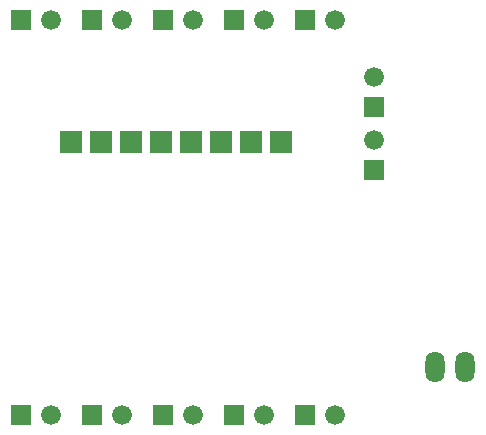
<source format=gbs>
G04 Layer: BottomSolderMaskLayer*
G04 EasyEDA v6.5.48, 2025-03-18 13:34:47*
G04 7eabae28df64481683c8fee008179a12,87df033457c64ae98c411226fbcdc187,10*
G04 Gerber Generator version 0.2*
G04 Scale: 100 percent, Rotated: No, Reflected: No *
G04 Dimensions in millimeters *
G04 leading zeros omitted , absolute positions ,4 integer and 5 decimal *
%FSLAX45Y45*%
%MOMM*%

%AMMACRO1*4,1,8,-0.8085,-0.8382,-0.8382,-0.8082,-0.8382,0.8085,-0.8085,0.8382,0.8082,0.8382,0.8382,0.8085,0.8382,-0.8082,0.8082,-0.8382,-0.8085,-0.8382,0*%
%AMMACRO2*4,1,8,-0.8922,-0.9516,-0.9516,-0.8919,-0.9516,0.8922,-0.8922,0.9516,0.8919,0.9516,0.9516,0.8922,0.9516,-0.8919,0.8919,-0.9516,-0.8922,-0.9516,0*%
%ADD10MACRO1*%
%ADD11C,1.6764*%
%ADD12O,1.6239998X2.6399998*%
%ADD13MACRO2*%

%LPD*%
D10*
G01*
X20130160Y3040608D03*
D11*
G01*
X20130160Y3294608D03*
D10*
G01*
X20130160Y2507208D03*
D11*
G01*
X20130160Y2761208D03*
D12*
G01*
X20650860Y843508D03*
G01*
X20904860Y843508D03*
D13*
G01*
X19342773Y2748495D03*
G01*
X19088773Y2748495D03*
G01*
X18834773Y2748495D03*
G01*
X18580773Y2748495D03*
G01*
X18326773Y2748495D03*
G01*
X18072773Y2748495D03*
G01*
X17818773Y2748495D03*
G01*
X17564773Y2748495D03*
D10*
G01*
X17145660Y3777208D03*
D11*
G01*
X17399660Y3777208D03*
D10*
G01*
X17745659Y3777208D03*
D11*
G01*
X17999659Y3777208D03*
D10*
G01*
X18345658Y3777208D03*
D11*
G01*
X18599658Y3777208D03*
D10*
G01*
X18945656Y3777208D03*
D11*
G01*
X19199656Y3777208D03*
D10*
G01*
X19545655Y3777208D03*
D11*
G01*
X19799655Y3777208D03*
D10*
G01*
X17145660Y437108D03*
D11*
G01*
X17399660Y437108D03*
D10*
G01*
X17745659Y437108D03*
D11*
G01*
X17999659Y437108D03*
D10*
G01*
X18345658Y437108D03*
D11*
G01*
X18599658Y437108D03*
D10*
G01*
X18945656Y437108D03*
D11*
G01*
X19199656Y437108D03*
D10*
G01*
X19545655Y437108D03*
D11*
G01*
X19799655Y437108D03*
M02*

</source>
